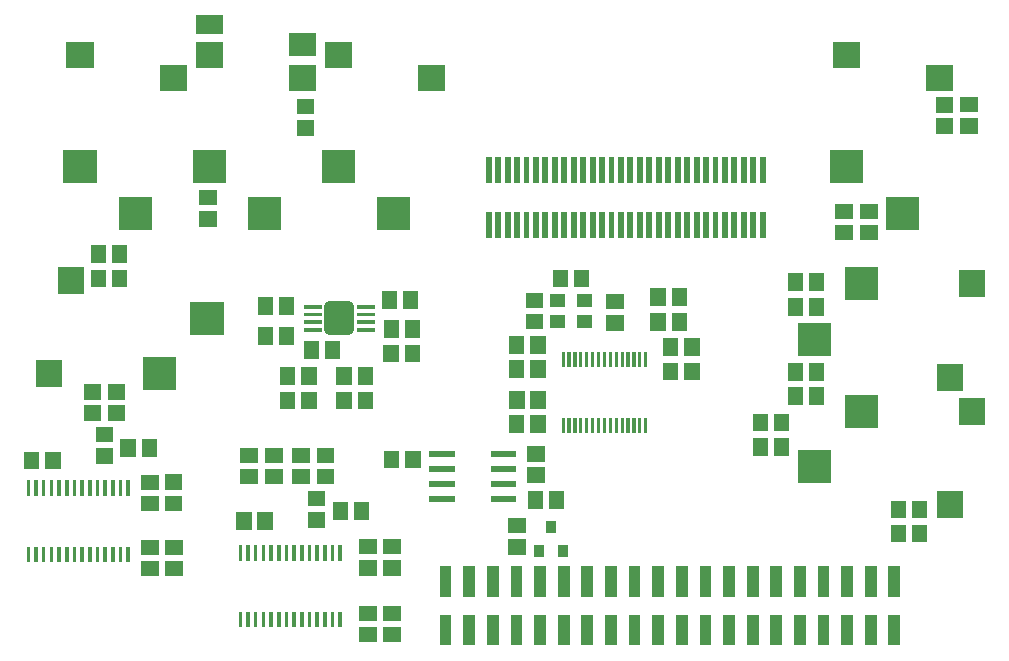
<source format=gbr>
G04 start of page 10 for group -4015 idx -4015 *
G04 Title: 96Boards CE I2S Mezzanine, toppaste *
G04 Creator: pcb 20140316 *
G04 CreationDate: Mon 17 Sep 2018 12:34:06 PM GMT UTC *
G04 For: adam *
G04 Format: Gerber/RS-274X *
G04 PCB-Dimensions (mm): 85.00 54.00 *
G04 PCB-Coordinate-Origin: lower left *
%MOMM*%
%FSLAX43Y43*%
%LNTOPPASTE*%
%ADD121R,1.000X1.000*%
%ADD120C,1.016*%
%ADD119R,0.864X0.864*%
%ADD118R,0.508X0.508*%
%ADD117R,1.100X1.100*%
%ADD116R,0.270X0.270*%
%ADD115R,0.300X0.300*%
%ADD114R,0.330X0.330*%
%ADD113R,1.300X1.300*%
%ADD112R,1.600X1.600*%
%ADD111R,2.000X2.000*%
%ADD110R,2.200X2.200*%
%ADD109C,0.002*%
%ADD108R,0.500X0.500*%
G54D108*X63850Y37100D02*Y35350D01*
Y41750D02*Y40000D01*
X63050Y37100D02*Y35350D01*
Y41750D02*Y40000D01*
X62250Y37100D02*Y35350D01*
Y41750D02*Y40000D01*
X61450Y37100D02*Y35350D01*
Y41750D02*Y40000D01*
X60650Y37100D02*Y35350D01*
Y41750D02*Y40000D01*
X59850Y37100D02*Y35350D01*
Y41750D02*Y40000D01*
X59050Y37100D02*Y35350D01*
Y41750D02*Y40000D01*
X58250Y37100D02*Y35350D01*
Y41750D02*Y40000D01*
X57450Y37100D02*Y35350D01*
Y41750D02*Y40000D01*
X56650Y37100D02*Y35350D01*
Y41750D02*Y40000D01*
X55850Y37100D02*Y35350D01*
Y41750D02*Y40000D01*
X55050Y37100D02*Y35350D01*
Y41750D02*Y40000D01*
X54250Y37100D02*Y35350D01*
Y41750D02*Y40000D01*
X53450Y37100D02*Y35350D01*
Y41750D02*Y40000D01*
X52650Y37100D02*Y35350D01*
Y41750D02*Y40000D01*
X51850Y37100D02*Y35350D01*
Y41750D02*Y40000D01*
X51050Y37100D02*Y35350D01*
Y41750D02*Y40000D01*
X50250Y37100D02*Y35350D01*
Y41750D02*Y40000D01*
X49450Y37100D02*Y35350D01*
Y41750D02*Y40000D01*
X48650Y37100D02*Y35350D01*
Y41750D02*Y40000D01*
X47850Y37100D02*Y35350D01*
Y41750D02*Y40000D01*
X47050Y37100D02*Y35350D01*
Y41750D02*Y40000D01*
X46250Y37100D02*Y35350D01*
Y41750D02*Y40000D01*
X45450Y37100D02*Y35350D01*
Y41750D02*Y40000D01*
X44650Y37100D02*Y35350D01*
Y41750D02*Y40000D01*
X43850Y37100D02*Y35350D01*
Y41750D02*Y40000D01*
X43050Y37100D02*Y35350D01*
Y41750D02*Y40000D01*
X42250Y37100D02*Y35350D01*
Y41750D02*Y40000D01*
X41450Y37100D02*Y35350D01*
Y41750D02*Y40000D01*
X40650Y37100D02*Y35350D01*
Y41750D02*Y40000D01*
G54D109*G36*
X20300Y38600D02*Y35800D01*
X23100D01*
Y38600D01*
X20300D01*
G37*
G36*
X15600Y42600D02*Y39800D01*
X18400D01*
Y42600D01*
X15600D01*
G37*
G54D110*X24850Y48700D02*X24950D01*
G54D111*X24750Y51500D02*X25050D01*
G54D112*X16650Y53200D02*X17350D01*
G54D110*X16950Y50600D02*X17050D01*
G54D113*X16760Y36750D02*X16960D01*
X16760Y38550D02*X16960D01*
X25050Y44450D02*X25250D01*
X25050Y46250D02*X25250D01*
X25440Y21470D02*Y21270D01*
X23640Y21470D02*Y21270D01*
X28400Y21470D02*Y21270D01*
X30200Y21470D02*Y21270D01*
G54D114*X25165Y29300D02*X26335D01*
X25165Y28650D02*X26335D01*
X25165Y28000D02*X26335D01*
X25165Y27350D02*X26335D01*
X29665D02*X30835D01*
X29665Y28000D02*X30835D01*
X29665Y28650D02*X30835D01*
X29665Y29300D02*X30835D01*
G54D115*X10125Y14450D02*Y13450D01*
X9475Y14450D02*Y13450D01*
X8825Y14450D02*Y13450D01*
X8175Y14450D02*Y13450D01*
X7525Y14450D02*Y13450D01*
X6875Y14450D02*Y13450D01*
X6225Y14450D02*Y13450D01*
X5575Y14450D02*Y13450D01*
X4925Y14450D02*Y13450D01*
X4275Y14450D02*Y13450D01*
X3625Y14450D02*Y13450D01*
X2975Y14450D02*Y13450D01*
X2325Y14450D02*Y13450D01*
X1675Y14450D02*Y13450D01*
Y8850D02*Y7850D01*
X2325Y8850D02*Y7850D01*
X2975Y8850D02*Y7850D01*
X3625Y8850D02*Y7850D01*
X4275Y8850D02*Y7850D01*
X4925Y8850D02*Y7850D01*
X5575Y8850D02*Y7850D01*
X6225Y8850D02*Y7850D01*
X6875Y8850D02*Y7850D01*
X7525Y8850D02*Y7850D01*
X8175Y8850D02*Y7850D01*
X8825Y8850D02*Y7850D01*
X9475Y8850D02*Y7850D01*
X10125Y8850D02*Y7850D01*
G54D113*X66600Y21870D02*Y21670D01*
X68400Y21870D02*Y21670D01*
X66600Y31500D02*Y31300D01*
X68400Y31500D02*Y31300D01*
G54D109*G36*
X66800Y17150D02*Y14350D01*
X69600D01*
Y17150D01*
X66800D01*
G37*
G36*
X70800Y21850D02*Y19050D01*
X73600D01*
Y21850D01*
X70800D01*
G37*
G54D110*X79700Y12600D02*Y12500D01*
X81600Y20500D02*Y20400D01*
G54D109*G36*
X66800Y27950D02*Y25150D01*
X69600D01*
Y27950D01*
X66800D01*
G37*
G36*
X70800Y32650D02*Y29850D01*
X73600D01*
Y32650D01*
X70800D01*
G37*
G54D110*X79700Y23400D02*Y23300D01*
X81600Y31300D02*Y31200D01*
G54D109*G36*
X74250Y38600D02*Y35800D01*
X77050D01*
Y38600D01*
X74250D01*
G37*
G36*
X69550Y42600D02*Y39800D01*
X72350D01*
Y42600D01*
X69550D01*
G37*
G54D110*X78800Y48700D02*X78900D01*
X70900Y50600D02*X71000D01*
G54D109*G36*
X31200Y38600D02*Y35800D01*
X34000D01*
Y38600D01*
X31200D01*
G37*
G36*
X26500Y42600D02*Y39800D01*
X29300D01*
Y42600D01*
X26500D01*
G37*
G54D110*X35750Y48700D02*X35850D01*
X27850Y50600D02*X27950D01*
G54D109*G36*
X15400Y29750D02*Y26950D01*
X18200D01*
Y29750D01*
X15400D01*
G37*
G36*
X11400Y25050D02*Y22250D01*
X14200D01*
Y25050D01*
X11400D01*
G37*
G54D110*X5300Y31600D02*Y31500D01*
X3400Y23700D02*Y23600D01*
G54D109*G36*
X9350Y38600D02*Y35800D01*
X12150D01*
Y38600D01*
X9350D01*
G37*
G36*
X4650Y42600D02*Y39800D01*
X7450D01*
Y42600D01*
X4650D01*
G37*
G54D110*X13900Y48700D02*X14000D01*
X6000Y50600D02*X6100D01*
G54D113*X34190Y25460D02*Y25260D01*
X32390Y25460D02*Y25260D01*
X34200Y27500D02*Y27300D01*
X32400Y27500D02*Y27300D01*
X21740Y26960D02*Y26760D01*
X23540Y26960D02*Y26760D01*
X21750Y29500D02*Y29300D01*
X23550Y29500D02*Y29300D01*
X23640Y23520D02*Y23320D01*
X25440Y23520D02*Y23320D01*
X30200Y23520D02*Y23320D01*
X28400Y23520D02*Y23320D01*
X25630Y25740D02*Y25540D01*
X27430Y25740D02*Y25540D01*
X34040Y29990D02*Y29790D01*
X32240Y29990D02*Y29790D01*
X70660Y37390D02*X70860D01*
X70660Y35590D02*X70860D01*
X81230Y46410D02*X81430D01*
X81230Y44610D02*X81430D01*
X72750Y35590D02*X72950D01*
X72750Y37390D02*X72950D01*
X79150Y44600D02*X79350D01*
X79150Y46400D02*X79350D01*
X75350Y10200D02*Y10000D01*
X77150Y10200D02*Y10000D01*
X63640Y19610D02*Y19410D01*
X65440Y19610D02*Y19410D01*
X63650Y17540D02*Y17340D01*
X65450Y17540D02*Y17340D01*
X75350Y12250D02*Y12050D01*
X77150Y12250D02*Y12050D01*
X66600Y29370D02*Y29170D01*
X68400Y29370D02*Y29170D01*
X66620Y23910D02*Y23710D01*
X68420Y23910D02*Y23710D01*
X56790Y28110D02*Y27910D01*
X54990Y28110D02*Y27910D01*
X57850Y26010D02*Y25810D01*
X56050Y26010D02*Y25810D01*
X57860Y23920D02*Y23720D01*
X56060Y23920D02*Y23720D01*
X56800Y30230D02*Y30030D01*
X55000Y30230D02*Y30030D01*
X9400Y33900D02*Y33700D01*
X7600Y33900D02*Y33700D01*
X9400Y31800D02*Y31600D01*
X7600Y31800D02*Y31600D01*
X9040Y20300D02*X9240D01*
X9040Y22100D02*X9240D01*
X7000Y20300D02*X7200D01*
X7000Y22100D02*X7200D01*
X20280Y14920D02*X20480D01*
X20280Y16720D02*X20480D01*
X22350Y14920D02*X22550D01*
X22350Y16720D02*X22550D01*
X26740Y14930D02*X26940D01*
X26740Y16730D02*X26940D01*
X24670Y14930D02*X24870D01*
X24670Y16730D02*X24870D01*
X13900Y7150D02*X14100D01*
X13900Y8950D02*X14100D01*
X13870Y12660D02*X14070D01*
X13870Y14460D02*X14070D01*
X11850Y7140D02*X12050D01*
X11850Y8940D02*X12050D01*
X11850Y12640D02*X12050D01*
X11850Y14440D02*X12050D01*
X3760Y16390D02*Y16190D01*
X1960Y16390D02*Y16190D01*
X11920Y17420D02*Y17220D01*
X10120Y17420D02*Y17220D01*
X8030Y16670D02*X8230D01*
X8030Y18470D02*X8230D01*
X21720Y11250D02*Y11050D01*
X19920Y11250D02*Y11050D01*
G54D115*X28075Y8950D02*Y7950D01*
X27425Y8950D02*Y7950D01*
X26775Y8950D02*Y7950D01*
X26125Y8950D02*Y7950D01*
X25475Y8950D02*Y7950D01*
X24825Y8950D02*Y7950D01*
X24175Y8950D02*Y7950D01*
X23525Y8950D02*Y7950D01*
X22875Y8950D02*Y7950D01*
X22225Y8950D02*Y7950D01*
X21575Y8950D02*Y7950D01*
X20925Y8950D02*Y7950D01*
X20275Y8950D02*Y7950D01*
X19625Y8950D02*Y7950D01*
Y3350D02*Y2350D01*
X20275Y3350D02*Y2350D01*
X20925Y3350D02*Y2350D01*
X21575Y3350D02*Y2350D01*
X22225Y3350D02*Y2350D01*
X22875Y3350D02*Y2350D01*
X23525Y3350D02*Y2350D01*
X24175Y3350D02*Y2350D01*
X24825Y3350D02*Y2350D01*
X25475Y3350D02*Y2350D01*
X26125Y3350D02*Y2350D01*
X26775Y3350D02*Y2350D01*
X27425Y3350D02*Y2350D01*
X28075Y3350D02*Y2350D01*
G54D113*X29880Y12120D02*Y11920D01*
X28080Y12120D02*Y11920D01*
X25960Y11250D02*X26160D01*
X25960Y13050D02*X26160D01*
X32370Y7200D02*X32570D01*
X32370Y9000D02*X32570D01*
X32380Y1560D02*X32580D01*
X32380Y3360D02*X32580D01*
X30350Y1560D02*X30550D01*
X30350Y3360D02*X30550D01*
X30340Y7200D02*X30540D01*
X30340Y9000D02*X30540D01*
G54D116*X53950Y25365D02*Y24335D01*
X53450Y25365D02*Y24335D01*
X52950Y25365D02*Y24335D01*
X52450Y25365D02*Y24335D01*
X51950Y25365D02*Y24335D01*
X51450Y25365D02*Y24335D01*
X50950Y25365D02*Y24335D01*
X50450Y25365D02*Y24335D01*
X49950Y25365D02*Y24335D01*
X49450Y25365D02*Y24335D01*
X48950Y25365D02*Y24335D01*
X48450Y25365D02*Y24335D01*
X47950Y25365D02*Y24335D01*
X47450Y25365D02*Y24335D01*
X46950Y25365D02*Y24335D01*
Y19765D02*Y18735D01*
X47450Y19765D02*Y18735D01*
X47950Y19765D02*Y18735D01*
X48450Y19765D02*Y18735D01*
X48950Y19765D02*Y18735D01*
X49450Y19765D02*Y18735D01*
X49950Y19765D02*Y18735D01*
X50450Y19765D02*Y18735D01*
X50950Y19765D02*Y18735D01*
X51450Y19765D02*Y18735D01*
X51950Y19765D02*Y18735D01*
X52450Y19765D02*Y18735D01*
X52950Y19765D02*Y18735D01*
X53450Y19765D02*Y18735D01*
X53950Y19765D02*Y18735D01*
G54D113*X44830Y24110D02*Y23910D01*
X43030Y24110D02*Y23910D01*
X44830Y26170D02*Y25970D01*
X43030Y26170D02*Y25970D01*
X43040Y21530D02*Y21330D01*
X44840Y21530D02*Y21330D01*
X43030Y19480D02*Y19280D01*
X44830Y19480D02*Y19280D01*
G54D117*X48670Y28060D02*X48870D01*
X46370D02*X46570D01*
X48670Y29860D02*X48870D01*
X46370D02*X46570D01*
G54D113*X46730Y31800D02*Y31600D01*
X48530Y31800D02*Y31600D01*
X44420Y29840D02*X44620D01*
X44420Y28040D02*X44620D01*
X51270Y29740D02*X51470D01*
X51270Y27940D02*X51470D01*
X44610Y13040D02*Y12840D01*
X46410Y13040D02*Y12840D01*
G54D118*X35851Y16875D02*X37502D01*
X35851Y15605D02*X37502D01*
X35851Y14335D02*X37502D01*
X35851Y13065D02*X37502D01*
X41058D02*X42709D01*
X41058Y14335D02*X42709D01*
X41058Y15605D02*X42709D01*
X41058Y16875D02*X42709D01*
G54D113*X34230Y16470D02*Y16270D01*
X32430Y16470D02*Y16270D01*
G54D119*X44940Y8676D02*Y8524D01*
X46921Y8676D02*Y8524D01*
X45931Y10759D02*Y10607D01*
G54D113*X42920Y8970D02*X43120D01*
X42920Y10770D02*X43120D01*
X44530Y16850D02*X44730D01*
X44530Y15050D02*X44730D01*
G54D120*X27230Y29270D02*Y27410D01*
X28770D01*
Y29260D02*Y27410D01*
X27240Y29260D02*X28770D01*
X27970Y28860D02*Y28040D01*
G54D121*X75000Y2750D02*Y1150D01*
Y6850D02*Y5250D01*
X73000Y2750D02*Y1150D01*
Y6850D02*Y5250D01*
X71000Y2750D02*Y1150D01*
Y6850D02*Y5250D01*
X69000Y2750D02*Y1150D01*
Y6850D02*Y5250D01*
X67000Y2750D02*Y1150D01*
Y6850D02*Y5250D01*
X65000Y2750D02*Y1150D01*
Y6850D02*Y5250D01*
X63000Y2750D02*Y1150D01*
Y6850D02*Y5250D01*
X61000Y2750D02*Y1150D01*
Y6850D02*Y5250D01*
X59000Y2750D02*Y1150D01*
Y6850D02*Y5250D01*
X57000Y2750D02*Y1150D01*
Y6850D02*Y5250D01*
X55000Y2750D02*Y1150D01*
Y6850D02*Y5250D01*
X53000Y2750D02*Y1150D01*
Y6850D02*Y5250D01*
X51000Y2750D02*Y1150D01*
Y6850D02*Y5250D01*
X49000Y2750D02*Y1150D01*
Y6850D02*Y5250D01*
X47000Y2750D02*Y1150D01*
Y6850D02*Y5250D01*
X45000Y2750D02*Y1150D01*
Y6850D02*Y5250D01*
X43000Y2750D02*Y1150D01*
Y6850D02*Y5250D01*
X41000Y2750D02*Y1150D01*
Y6850D02*Y5250D01*
X39000Y2750D02*Y1150D01*
Y6850D02*Y5250D01*
X37000Y2750D02*Y1150D01*
Y6850D02*Y5250D01*
M02*

</source>
